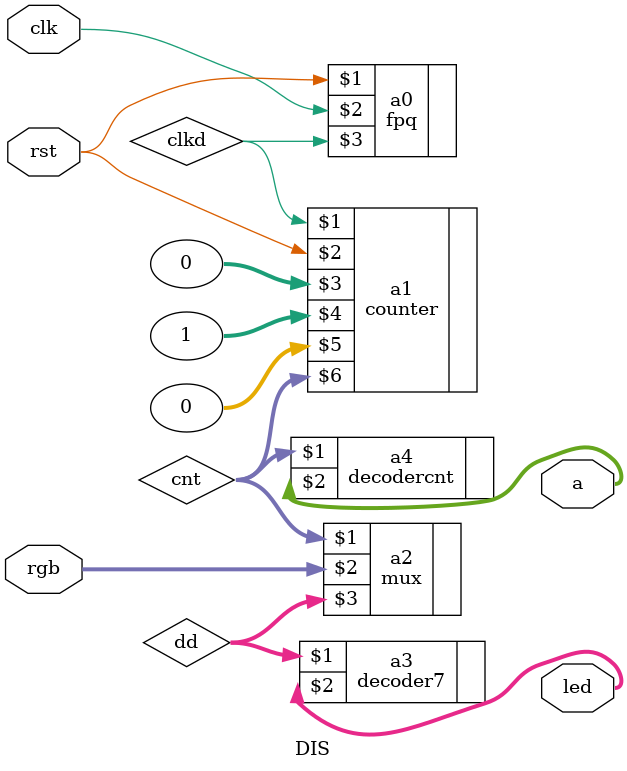
<source format=v>
`timescale 1ns / 1ps

module DIS(
    input clk,
    input rst,
    input [11:0] rgb,
    output [7:0] a,
    output [6:0] led
);
wire clkd;
wire [3:0] dd;
wire [1:0] cnt;
fpq a0(rst,clk,clkd);
counter a1(clkd,rst,0,1,0,cnt);
decodercnt a4(cnt,a);
mux a2(cnt,rgb,dd);
decoder7 a3(dd,led); 
endmodule

</source>
